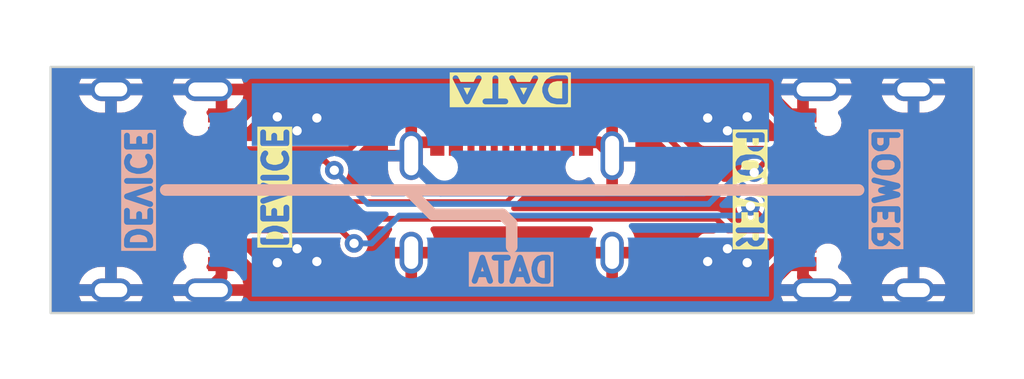
<source format=kicad_pcb>
(kicad_pcb (version 20221018) (generator pcbnew)
  (layers (0 "F.Cu" signal) (31 "B.Cu" signal) (34 "B.Paste" user) (35 "F.Paste" user) (36 "B.SilkS" user "B.Silkscreen") (37 "F.SilkS" user "F.Silkscreen") (38 "B.Mask" user) (39 "F.Mask" user) (44 "Edge.Cuts" user))
  (net 0 "")
  (net 1 "GND")
  (net 2 "/VBUS")
  (net 3 "/CC1")
  (net 4 "/D+")
  (net 5 "/D-")
  (net 6 "/SBU1")
  (net 7 "/CC2")
  (net 8 "/SBU2")
  (footprint "Connector_USB:USB_C_Receptacle_GCT_USB4105-xx-A_16P_TopMnt_Horizontal" (layer "F.Cu") (at 130.52 77.14 -90)
    (fp_text reference "J1" hide)
    (fp_text value "USB4105-GF-A-120\n")
    (pad "" np_thru_hole circle locked (at -2.89 -2.605 270) (size 0.65 0.65) (drill 0.65) (layers "*.Cu" "*.Mask"))
    (pad "" np_thru_hole circle locked (at 2.89 -2.605 270) (size 0.65 0.65) (drill 0.65) (layers "*.Cu" "*.Mask"))
    (pad "A1" smd rect locked (at -3.2 -3.68 270) (size 0.6 1.15) (layers "F.Cu" "F.Paste" "F.Mask") (net 1 "GND"))
    (pad "A4" smd rect locked (at -2.4 -3.68 270) (size 0.6 1.15) (layers "F.Cu" "F.Paste" "F.Mask") (net 2 "/VBUS"))
    (pad "A5" smd rect locked (at -1.25 -3.68 270) (size 0.3 1.15) (layers "F.Cu" "F.Paste" "F.Mask") (net 3 "/CC1"))
    (pad "A6" smd rect locked (at -0.25 -3.68 270) (size 0.3 1.15) (layers "F.Cu" "F.Paste" "F.Mask") (net 4 "/D+"))
    (pad "A7" smd rect locked (at 0.25 -3.68 270) (size 0.3 1.15) (layers "F.Cu" "F.Paste" "F.Mask") (net 5 "/D-"))
    (pad "A8" smd rect locked (at 1.25 -3.68 270) (size 0.3 1.15) (layers "F.Cu" "F.Paste" "F.Mask") (net 6 "/SBU1"))
    (pad "A9" smd rect locked (at 2.4 -3.68 270) (size 0.6 1.15) (layers "F.Cu" "F.Paste" "F.Mask") (net 2 "/VBUS"))
    (pad "A12" smd rect locked (at 3.2 -3.68 270) (size 0.6 1.15) (layers "F.Cu" "F.Paste" "F.Mask") (net 1 "GND"))
    (pad "B1" smd rect locked (at 3.2 -3.68 270) (size 0.6 1.15) (layers "F.Cu" "F.Paste" "F.Mask") (net 1 "GND"))
    (pad "B4" smd rect locked (at 2.4 -3.68 270) (size 0.6 1.15) (layers "F.Cu" "F.Paste" "F.Mask") (net 2 "/VBUS"))
    (pad "B5" smd rect locked (at 1.75 -3.68 270) (size 0.3 1.15) (layers "F.Cu" "F.Paste" "F.Mask") (net 7 "/CC2"))
    (pad "B6" smd rect locked (at 0.75 -3.68 270) (size 0.3 1.15) (layers "F.Cu" "F.Paste" "F.Mask") (net 4 "/D+"))
    (pad "B7" smd rect locked (at -0.75 -3.68 270) (size 0.3 1.15) (layers "F.Cu" "F.Paste" "F.Mask") (net 5 "/D-"))
    (pad "B8" smd rect locked (at -1.75 -3.68 270) (size 0.3 1.15) (layers "F.Cu" "F.Paste" "F.Mask") (net 8 "/SBU2"))
    (pad "B9" smd rect locked (at -2.4 -3.68 270) (size 0.6 1.15) (layers "F.Cu" "F.Paste" "F.Mask") (net 2 "/VBUS"))
    (pad "B12" smd rect locked (at -3.2 -3.68 270) (size 0.6 1.15) (layers "F.Cu" "F.Paste" "F.Mask") (net 1 "GND"))
    (pad "S1" thru_hole oval locked (at -4.32 -3.105 270) (size 1 2.1) (drill oval 0.6 1.7) (layers "*.Cu" "*.Mask") (net 1 "GND"))
    (pad "S1" thru_hole oval locked (at -4.32 1.075 270) (size 1 1.8) (drill oval 0.6 1.4) (layers "*.Cu" "*.Mask") (net 1 "GND"))
    (pad "S1" thru_hole oval locked (at 4.32 -3.105 270) (size 1 2.1) (drill oval 0.6 1.7) (layers "*.Cu" "*.Mask") (net 1 "GND"))
    (pad "S1" thru_hole oval locked (at 4.32 1.075 270) (size 1 1.8) (drill oval 0.6 1.4) (layers "*.Cu" "*.Mask") (net 1 "GND"))
  )
  (footprint "Connector_USB:USB_C_Receptacle_GCT_USB4105-xx-A_16P_TopMnt_Horizontal" (layer "F.Cu") (at 162.89 77.14 90)
    (fp_text reference "J2" hide)
    (fp_text value "USB4105-GF-A-120\n")
    (pad "" np_thru_hole circle locked (at -2.89 -2.605 90) (size 0.65 0.65) (drill 0.65) (layers "*.Cu" "*.Mask"))
    (pad "" np_thru_hole circle locked (at 2.89 -2.605 90) (size 0.65 0.65) (drill 0.65) (layers "*.Cu" "*.Mask"))
    (pad "A1" smd rect locked (at -3.2 -3.68 90) (size 0.6 1.15) (layers "F.Cu" "F.Paste" "F.Mask") (net 1 "GND"))
    (pad "A4" smd rect locked (at -2.4 -3.68 90) (size 0.6 1.15) (layers "F.Cu" "F.Paste" "F.Mask") (net 2 "/VBUS"))
    (pad "A5" smd rect locked (at -1.25 -3.68 90) (size 0.3 1.15) (layers "F.Cu" "F.Paste" "F.Mask") (net 7 "/CC2"))
    (pad "A6" smd rect locked (at -0.25 -3.68 90) (size 0.3 1.15) (layers "F.Cu" "F.Paste" "F.Mask"))
    (pad "A7" smd rect locked (at 0.25 -3.68 90) (size 0.3 1.15) (layers "F.Cu" "F.Paste" "F.Mask"))
    (pad "A8" smd rect locked (at 1.25 -3.68 90) (size 0.3 1.15) (layers "F.Cu" "F.Paste" "F.Mask") (net 8 "/SBU2"))
    (pad "A9" smd rect locked (at 2.4 -3.68 90) (size 0.6 1.15) (layers "F.Cu" "F.Paste" "F.Mask") (net 2 "/VBUS"))
    (pad "A12" smd rect locked (at 3.2 -3.68 90) (size 0.6 1.15) (layers "F.Cu" "F.Paste" "F.Mask") (net 1 "GND"))
    (pad "B1" smd rect locked (at 3.2 -3.68 90) (size 0.6 1.15) (layers "F.Cu" "F.Paste" "F.Mask") (net 1 "GND"))
    (pad "B4" smd rect locked (at 2.4 -3.68 90) (size 0.6 1.15) (layers "F.Cu" "F.Paste" "F.Mask") (net 2 "/VBUS"))
    (pad "B5" smd rect locked (at 1.75 -3.68 90) (size 0.3 1.15) (layers "F.Cu" "F.Paste" "F.Mask") (net 3 "/CC1"))
    (pad "B6" smd rect locked (at 0.75 -3.68 90) (size 0.3 1.15) (layers "F.Cu" "F.Paste" "F.Mask"))
    (pad "B7" smd rect locked (at -0.75 -3.68 90) (size 0.3 1.15) (layers "F.Cu" "F.Paste" "F.Mask"))
    (pad "B8" smd rect locked (at -1.75 -3.68 90) (size 0.3 1.15) (layers "F.Cu" "F.Paste" "F.Mask") (net 6 "/SBU1"))
    (pad "B9" smd rect locked (at -2.4 -3.68 90) (size 0.6 1.15) (layers "F.Cu" "F.Paste" "F.Mask") (net 2 "/VBUS"))
    (pad "B12" smd rect locked (at -3.2 -3.68 90) (size 0.6 1.15) (layers "F.Cu" "F.Paste" "F.Mask") (net 1 "GND"))
    (pad "S1" thru_hole oval locked (at -4.32 -3.105 90) (size 1 2.1) (drill oval 0.6 1.7) (layers "*.Cu" "*.Mask") (net 1 "GND"))
    (pad "S1" thru_hole oval locked (at -4.32 1.075 90) (size 1 1.8) (drill oval 0.6 1.4) (layers "*.Cu" "*.Mask") (net 1 "GND"))
    (pad "S1" thru_hole oval locked (at 4.32 -3.105 90) (size 1 2.1) (drill oval 0.6 1.7) (layers "*.Cu" "*.Mask") (net 1 "GND"))
    (pad "S1" thru_hole oval locked (at 4.32 1.075 90) (size 1 1.8) (drill oval 0.6 1.4) (layers "*.Cu" "*.Mask") (net 1 "GND"))
  )
  (footprint "Connector_USB:USB_C_Receptacle_GCT_USB4105-xx-A_16P_TopMnt_Horizontal" (layer "F.Cu") (at 146.68 78.775)
    (fp_text reference "J4" hide)
    (fp_text value "USB4105-GF-A-120\n")
    (pad "" np_thru_hole circle locked (at -2.89 -2.605) (size 0.65 0.65) (drill 0.65) (layers "*.Cu" "*.Mask"))
    (pad "" np_thru_hole circle locked (at 2.89 -2.605) (size 0.65 0.65) (drill 0.65) (layers "*.Cu" "*.Mask"))
    (pad "A1" smd rect locked (at -3.2 -3.68) (size 0.6 1.15) (layers "F.Cu" "F.Paste" "F.Mask") (net 1 "GND"))
    (pad "A4" smd rect locked (at -2.4 -3.68) (size 0.6 1.15) (layers "F.Cu" "F.Paste" "F.Mask"))
    (pad "A5" smd rect locked (at -1.25 -3.68) (size 0.3 1.15) (layers "F.Cu" "F.Paste" "F.Mask"))
    (pad "A6" smd rect locked (at -0.25 -3.68) (size 0.3 1.15) (layers "F.Cu" "F.Paste" "F.Mask") (net 4 "/D+"))
    (pad "A7" smd rect locked (at 0.25 -3.68) (size 0.3 1.15) (layers "F.Cu" "F.Paste" "F.Mask") (net 5 "/D-"))
    (pad "A8" smd rect locked (at 1.25 -3.68) (size 0.3 1.15) (layers "F.Cu" "F.Paste" "F.Mask"))
    (pad "A9" smd rect locked (at 2.4 -3.68) (size 0.6 1.15) (layers "F.Cu" "F.Paste" "F.Mask"))
    (pad "A12" smd rect locked (at 3.2 -3.68) (size 0.6 1.15) (layers "F.Cu" "F.Paste" "F.Mask") (net 1 "GND"))
    (pad "B1" smd rect locked (at 3.2 -3.68) (size 0.6 1.15) (layers "F.Cu" "F.Paste" "F.Mask") (net 1 "GND"))
    (pad "B4" smd rect locked (at 2.4 -3.68) (size 0.6 1.15) (layers "F.Cu" "F.Paste" "F.Mask"))
    (pad "B5" smd rect locked (at 1.75 -3.68) (size 0.3 1.15) (layers "F.Cu" "F.Paste" "F.Mask"))
    (pad "B6" smd rect locked (at 0.75 -3.68) (size 0.3 1.15) (layers "F.Cu" "F.Paste" "F.Mask") (net 4 "/D+"))
    (pad "B7" smd rect locked (at -0.75 -3.68) (size 0.3 1.15) (layers "F.Cu" "F.Paste" "F.Mask") (net 5 "/D-"))
    (pad "B8" smd rect locked (at -1.75 -3.68) (size 0.3 1.15) (layers "F.Cu" "F.Paste" "F.Mask"))
    (pad "B9" smd rect locked (at -2.4 -3.68) (size 0.6 1.15) (layers "F.Cu" "F.Paste" "F.Mask"))
    (pad "B12" smd rect locked (at -3.2 -3.68) (size 0.6 1.15) (layers "F.Cu" "F.Paste" "F.Mask") (net 1 "GND"))
    (pad "S1" thru_hole oval locked (at -4.32 -3.105) (size 1 2.1) (drill oval 0.6 1.7) (layers "*.Cu" "*.Mask") (net 1 "GND"))
    (pad "S1" thru_hole oval locked (at -4.32 1.075) (size 1 1.8) (drill oval 0.6 1.4) (layers "*.Cu" "*.Mask") (net 1 "GND"))
    (pad "S1" thru_hole oval locked (at 4.32 -3.105) (size 1 2.1) (drill oval 0.6 1.7) (layers "*.Cu" "*.Mask") (net 1 "GND"))
    (pad "S1" thru_hole oval locked (at 4.32 1.075) (size 1 1.8) (drill oval 0.6 1.4) (layers "*.Cu" "*.Mask") (net 1 "GND"))
  )
  (gr_line (start 161.6 77.15) (end 131.8 77.15) (stroke (width 0.5)) (layer "B.SilkS"))
  (gr_line (start 146.68 78.6) (end 146.68 79.6) (stroke (width 0.5)) (layer "B.SilkS"))
  (gr_line (start 143.28 78.2) (end 146.28 78.2) (stroke (width 0.5)) (layer "B.SilkS"))
  (gr_line (start 146.28 78.2) (end 146.68 78.6) (stroke (width 0.5)) (layer "B.SilkS"))
  (gr_line (start 142.28 77.2) (end 143.28 78.2) (stroke (width 0.5)) (layer "B.SilkS"))
  (gr_rect locked (start 126.85 71.85) (end 166.55 82.45) (stroke (width 0.1)) (fill none) (layer "Edge.Cuts"))
  (gr_text locked "POWER" (at 163.4125 74.379881 90) (layer "B.SilkS" knockout) (effects (font (size 1 1) (thickness 0.25) bold) (justify left bottom mirror)))
  (gr_text locked "DATA" (at 148.630596 81.2) (layer "B.SilkS" knockout) (effects (font (size 1 1) (thickness 0.25) bold) (justify left bottom mirror)))
  (gr_text locked "DEVICE" (at 129.9975 79.923929 270) (layer "B.SilkS" knockout) (effects (font (size 1 1) (thickness 0.25) bold) (justify left bottom mirror)))
  (gr_text "POWER" (at 156.3 74.389881 -90) (layer "F.SilkS" knockout) (effects (font (size 1 1) (thickness 0.25) bold) (justify left bottom)))
  (gr_text "DEVICE" (at 137.125 79.785119 90) (layer "F.SilkS" knockout) (effects (font (size 1 1) (thickness 0.25) bold) (justify left bottom)))
  (gr_text "DATA" (at 149.5 72.2 180) (layer "F.SilkS" knockout) (effects (font (size 1 1.5) (thickness 0.25) bold) (justify left bottom)))
  (segment (start 157.25 81.75) (end 157 81.75) (width 0.508) (layer "F.Cu") (net 1))
  (segment (start 135.5 81) (end 136 81.5) (width 0.508) (layer "F.Cu") (net 1))
  (segment (start 149.88 75.095) (end 150.425 75.095) (width 0.508) (layer "F.Cu") (net 1))
  (segment (start 158.69 73.94) (end 158 73.25) (width 0.508) (layer "F.Cu") (net 1))
  (segment (start 134.81 73.94) (end 135.5 73.25) (width 0.508) (layer "F.Cu") (net 1))
  (segment (start 158 81) (end 157.25 81.75) (width 0.508) (layer "F.Cu") (net 1))
  (segment (start 134.2 80.34) (end 134.84 80.34) (width 0.508) (layer "F.Cu") (net 1))
  (segment (start 159.21 80.34) (end 158.66 80.34) (width 0.508) (layer "F.Cu") (net 1))
  (segment (start 159.21 80.34) (end 159.21 80.885) (width 0.508) (layer "F.Cu") (net 1))
  (segment (start 134.2 80.34) (end 134.2 80.885) (width 0.508) (layer "F.Cu") (net 1))
  (segment (start 158.66 80.34) (end 158 81) (width 0.508) (layer "F.Cu") (net 1))
  (segment (start 134.2 73.94) (end 134.81 73.94) (width 0.508) (layer "F.Cu") (net 1))
  (segment (start 150.425 75.095) (end 151 75.67) (width 0.508) (layer "F.Cu") (net 1))
  (segment (start 159.21 80.885) (end 159.785 81.46) (width 0.508) (layer "F.Cu") (net 1))
  (segment (start 159.21 73.94) (end 158.69 73.94) (width 0.508) (layer "F.Cu") (net 1))
  (segment (start 134.2 80.885) (end 133.625 81.46) (width 0.508) (layer "F.Cu") (net 1))
  (segment (start 135.5 73.25) (end 136 72.75) (width 0.508) (layer "F.Cu") (net 1))
  (segment (start 134.84 80.34) (end 135.5 81) (width 0.508) (layer "F.Cu") (net 1))
  (segment (start 158 73.25) (end 157.25 72.5) (width 0.508) (layer "F.Cu") (net 1))
  (segment (start 159.049 82.196) (end 159.785 81.46) (width 0.508) (layer "B.Cu") (net 1))
  (segment (start 143.618617 77.171) (end 154.079 77.171) (width 0.508) (layer "B.Cu") (net 1))
  (segment (start 133.696 82.196) (end 159.049 82.196) (width 0.508) (layer "B.Cu") (net 1))
  (segment (start 133.625 82.125) (end 133.696 82.196) (width 0.508) (layer "B.Cu") (net 1))
  (segment (start 159.069 72.104) (end 165.896 72.104) (width 0.508) (layer "B.Cu") (net 1))
  (segment (start 159.069 72.104) (end 127.104 72.104) (width 0.508) (layer "B.Cu") (net 1))
  (segment (start 159.785 72.82) (end 159.069 72.104) (width 0.508) (layer "B.Cu") (net 1))
  (segment (start 156 75.5465) (end 159.4535 75.5465) (width 0.508) (layer "B.Cu") (net 1))
  (segment (start 159.049 82.196) (end 166.296 82.196) (width 0.508) (layer "B.Cu") (net 1))
  (segment (start 133.696 82.196) (end 127.25 82.196) (width 0.508) (layer "B.Cu") (net 1))
  (segment (start 155.7035 75.5465) (end 156 75.5465) (width 0.508) (layer "B.Cu") (net 1))
  (segment (start 151 75.67) (end 151.1235 75.5465) (width 0.508) (layer "B.Cu") (net 1))
  (segment (start 133.625 81.46) (end 133.625 82.125) (width 0.508) (layer "B.Cu") (net 1))
  (segment (start 142.36 75.67) (end 142.36 75.912383) (width 0.508) (layer "B.Cu") (net 1))
  (segment (start 154.079 77.171) (end 155.7035 75.5465) (width 0.508) (layer "B.Cu") (net 1))
  (segment (start 142.36 75.912383) (end 143.618617 77.171) (width 0.508) (layer "B.Cu") (net 1))
  (segment (start 159.4535 75.5465) (end 159.5 75.5) (width 0.508) (layer "B.Cu") (net 1))
  (segment (start 151.1235 75.5465) (end 156 75.5465) (width 0.508) (layer "B.Cu") (net 1))
  (via (at 136.6 74) (size 0.8) (drill 0.4) (layers "F.Cu" "B.Cu") (net 2))
  (via (at 155.11 80.23) (size 0.8) (drill 0.4) (layers "F.Cu" "B.Cu") (net 2))
  (via (at 138.3 80.23) (size 0.8) (drill 0.4) (layers "F.Cu" "B.Cu") (net 2))
  (via (at 137.45 74.6) (size 0.8) (drill 0.4) (layers "F.Cu" "B.Cu") (net 2))
  (via (at 136.6 80.28) (size 0.8) (drill 0.4) (layers "F.Cu" "B.Cu") (net 2))
  (via (at 137.45 79.68) (size 0.8) (drill 0.4) (layers "F.Cu" "B.Cu") (net 2))
  (via (at 155.11 74.05) (size 0.8) (drill 0.4) (layers "F.Cu" "B.Cu") (net 2))
  (via (at 138.3 74.05) (size 0.8) (drill 0.4) (layers "F.Cu" "B.Cu") (net 2))
  (via (at 155.96 74.6) (size 0.8) (drill 0.4) (layers "F.Cu" "B.Cu") (net 2))
  (via (at 156.81 80.28) (size 0.8) (drill 0.4) (layers "F.Cu" "B.Cu") (net 2))
  (via (at 155.96 79.68) (size 0.8) (drill 0.4) (layers "F.Cu" "B.Cu") (net 2))
  (via (at 156.81 74) (size 0.8) (drill 0.4) (layers "F.Cu" "B.Cu") (net 2))
  (segment (start 157.112701 76.4005) (end 158.123201 75.39) (width 0.25) (layer "F.Cu") (net 3))
  (segment (start 134.2 75.89) (end 138.64 75.89) (width 0.25) (layer "F.Cu") (net 3))
  (segment (start 158.123201 75.39) (end 159.21 75.39) (width 0.25) (layer "F.Cu") (net 3))
  (segment (start 138.64 75.89) (end 139.05 76.3) (width 0.25) (layer "F.Cu") (net 3))
  (via (at 139.05 76.3) (size 0.8) (drill 0.4) (layers "F.Cu" "B.Cu") (net 3))
  (via (at 157.112701 76.4005) (size 0.8) (drill 0.4) (layers "F.Cu" "B.Cu") (net 3))
  (segment (start 156.4995 76.4005) (end 155.15 77.75) (width 0.25) (layer "B.Cu") (net 3))
  (segment (start 157.112701 76.4005) (end 156.4995 76.4005) (width 0.25) (layer "B.Cu") (net 3))
  (segment (start 155.15 77.75) (end 140.5 77.75) (width 0.25) (layer "B.Cu") (net 3))
  (segment (start 140.5 77.75) (end 139.05 76.3) (width 0.25) (layer "B.Cu") (net 3))
  (segment (start 147.2 74.15) (end 146.63 74.15) (width 0.2) (layer "F.Cu") (net 4))
  (segment (start 134.2 76.89) (end 134.89 76.89) (width 0.2) (layer "F.Cu") (net 4))
  (segment (start 146.63 74.15) (end 146.43 74.35) (width 0.2) (layer "F.Cu") (net 4))
  (segment (start 135.087501 76.865) (end 137.4468 76.865) (width 0.2) (layer "F.Cu") (net 4))
  (segment (start 138.2318 77.65) (end 146.4682 77.65) (width 0.2) (layer "F.Cu") (net 4))
  (segment (start 147.405 75.982501) (end 147.43 75.957501) (width 0.2) (layer "F.Cu") (net 4))
  (segment (start 134.2 76.89) (end 135.062501 76.89) (width 0.2) (layer "F.Cu") (net 4))
  (segment (start 147.43 74.38) (end 147.2 74.15) (width 0.2) (layer "F.Cu") (net 4))
  (segment (start 135.062501 76.89) (end 135.087501 76.865) (width 0.2) (layer "F.Cu") (net 4))
  (segment (start 137.4468 76.865) (end 138.2318 77.65) (width 0.2) (layer "F.Cu") (net 4))
  (segment (start 147.405 76.7132) (end 147.405 75.982501) (width 0.2) (layer "F.Cu") (net 4))
  (segment (start 147.43 75.095) (end 147.43 74.38) (width 0.2) (layer "F.Cu") (net 4))
  (segment (start 135.075 77.075) (end 135.075 77.665) (width 0.2) (layer "F.Cu") (net 4))
  (segment (start 135.075 77.665) (end 134.85 77.89) (width 0.2) (layer "F.Cu") (net 4))
  (segment (start 134.85 77.89) (end 134.2 77.89) (width 0.2) (layer "F.Cu") (net 4))
  (segment (start 146.4682 77.65) (end 147.405 76.7132) (width 0.2) (layer "F.Cu") (net 4))
  (segment (start 146.43 74.35) (end 146.43 75.095) (width 0.2) (layer "F.Cu") (net 4))
  (segment (start 134.89 76.89) (end 135.075 77.075) (width 0.2) (layer "F.Cu") (net 4))
  (segment (start 147.43 75.957501) (end 147.43 75.095) (width 0.2) (layer "F.Cu") (net 4))
  (segment (start 133.375 77.39) (end 134.2 77.39) (width 0.2) (layer "F.Cu") (net 5))
  (segment (start 135.062501 76.39) (end 135.087501 76.415) (width 0.2) (layer "F.Cu") (net 5))
  (segment (start 145.93 75.75) (end 145.93 75.095) (width 0.2) (layer "F.Cu") (net 5))
  (segment (start 146.93 75.957501) (end 146.93 75.095) (width 0.2) (layer "F.Cu") (net 5))
  (segment (start 146.955 76.5268) (end 146.955 75.982501) (width 0.2) (layer "F.Cu") (net 5))
  (segment (start 146.88 75.97) (end 146.15 75.97) (width 0.2) (layer "F.Cu") (net 5))
  (segment (start 146.2818 77.2) (end 146.955 76.5268) (width 0.2) (layer "F.Cu") (net 5))
  (segment (start 146.955 75.982501) (end 146.93 75.957501) (width 0.2) (layer "F.Cu") (net 5))
  (segment (start 146.93 75.92) (end 146.88 75.97) (width 0.2) (layer "F.Cu") (net 5))
  (segment (start 146.15 75.97) (end 145.93 75.75) (width 0.2) (layer "F.Cu") (net 5))
  (segment (start 133.375 76.39) (end 133.2 76.565) (width 0.2) (layer "F.Cu") (net 5))
  (segment (start 146.93 75.095) (end 146.93 75.92) (width 0.2) (layer "F.Cu") (net 5))
  (segment (start 135.087501 76.415) (end 137.6332 76.415) (width 0.2) (layer "F.Cu") (net 5))
  (segment (start 137.6332 76.415) (end 138.4182 77.2) (width 0.2) (layer "F.Cu") (net 5))
  (segment (start 133.2 76.565) (end 133.2 77.215) (width 0.2) (layer "F.Cu") (net 5))
  (segment (start 138.4182 77.2) (end 146.2818 77.2) (width 0.2) (layer "F.Cu") (net 5))
  (segment (start 134.2 76.39) (end 135.062501 76.39) (width 0.2) (layer "F.Cu") (net 5))
  (segment (start 133.2 77.215) (end 133.375 77.39) (width 0.2) (layer "F.Cu") (net 5))
  (segment (start 134.2 76.39) (end 133.375 76.39) (width 0.2) (layer "F.Cu") (net 5))
  (segment (start 155.49 78.39) (end 155.99 78.89) (width 0.25) (layer "F.Cu") (net 6))
  (segment (start 134.2 78.39) (end 155.49 78.39) (width 0.25) (layer "F.Cu") (net 6))
  (segment (start 155.99 78.89) (end 159.21 78.89) (width 0.25) (layer "F.Cu") (net 6))
  (segment (start 139.34 78.89) (end 134.2 78.89) (width 0.25) (layer "F.Cu") (net 7))
  (segment (start 156.95 77.85) (end 157.49 78.39) (width 0.25) (layer "F.Cu") (net 7))
  (segment (start 139.9 79.45) (end 139.34 78.89) (width 0.25) (layer "F.Cu") (net 7))
  (segment (start 157.49 78.39) (end 159.21 78.39) (width 0.25) (layer "F.Cu") (net 7))
  (via (at 156.95 77.85) (size 0.8) (drill 0.4) (layers "F.Cu" "B.Cu") (net 7))
  (via (at 139.9 79.45) (size 0.8) (drill 0.4) (layers "F.Cu" "B.Cu") (net 7))
  (segment (start 156.55 78.25) (end 156.95 77.85) (width 0.25) (layer "B.Cu") (net 7))
  (segment (start 139.9 79.45) (end 140.65 79.45) (width 0.25) (layer "B.Cu") (net 7))
  (segment (start 141.85 78.25) (end 156.55 78.25) (width 0.25) (layer "B.Cu") (net 7))
  (segment (start 140.65 79.45) (end 141.85 78.25) (width 0.25) (layer "B.Cu") (net 7))
  (segment (start 159.21 75.89) (end 158.335 75.89) (width 0.25) (layer "F.Cu") (net 8))
  (segment (start 139.71 75.39) (end 134.2 75.39) (width 0.25) (layer "F.Cu") (net 8))
  (segment (start 151.85 73.35) (end 141.75 73.35) (width 0.25) (layer "F.Cu") (net 8))
  (segment (start 157.625 77.125) (end 155.625 77.125) (width 0.25) (layer "F.Cu") (net 8))
  (segment (start 158.335 75.89) (end 158.31 75.915) (width 0.25) (layer "F.Cu") (net 8))
  (segment (start 141.75 73.35) (end 139.71 75.39) (width 0.25) (layer "F.Cu") (net 8))
  (segment (start 155.625 77.125) (end 151.85 73.35) (width 0.25) (layer "F.Cu") (net 8))
  (segment (start 158.31 76.44) (end 157.625 77.125) (width 0.25) (layer "F.Cu") (net 8))
  (segment (start 158.31 75.915) (end 158.31 76.44) (width 0.25) (layer "F.Cu") (net 8))
  (zone (net 2) (net_name "/VBUS") (layer "F.Cu") (priority 1) (connect_pads yes (clearance 0)) (min_thickness 0.025) (fill yes (thermal_gap 0.5) (thermal_bridge_width 0.5))
    (polygon (pts (xy 159.785 79.24) (xy 158.635 79.24) (xy 155.41 79.23) (xy 154.96 79.23) (xy 154.66 79.53) (xy 154.66 80.48) (xy 155.01 80.83) (xy 157.11 80.83) (xy 158.1 79.84) (xy 159.785 79.84)))
  )
  (zone (net 2) (net_name "/VBUS") (layer "F.Cu") (priority 1) (connect_pads yes (clearance 0)) (min_thickness 0.025) (fill yes (thermal_gap 0.5) (thermal_bridge_width 0.5))
    (polygon (pts (xy 133.625 75.04) (xy 134.775 75.04) (xy 138 75.05) (xy 138.45 75.05) (xy 138.75 74.75) (xy 138.75 73.8) (xy 138.4 73.45) (xy 136.3 73.45) (xy 135.31 74.44) (xy 133.625 74.44)))
  )
  (zone (net 2) (net_name "/VBUS") (layer "F.Cu") (priority 1) (connect_pads yes (clearance 0)) (min_thickness 0.025) (fill yes (thermal_gap 0.5) (thermal_bridge_width 0.5))
    (polygon (pts (xy 133.625 79.24) (xy 134.775 79.24) (xy 138 79.23) (xy 138.45 79.23) (xy 138.75 79.53) (xy 138.75 80.48) (xy 138.4 80.83) (xy 136.3 80.83) (xy 135.31 79.84) (xy 133.625 79.84)))
  )
  (zone (net 2) (net_name "/VBUS") (layer "F.Cu") (priority 1) (connect_pads yes (clearance 0)) (min_thickness 0.025) (fill yes (thermal_gap 0.5) (thermal_bridge_width 0.5))
    (polygon (pts (xy 159.785 75.04) (xy 158.635 75.04) (xy 155.41 75.05) (xy 154.96 75.05) (xy 154.66 74.75) (xy 154.66 73.8) (xy 155.01 73.45) (xy 157.11 73.45) (xy 158.1 74.44) (xy 159.785 74.44)))
  )
  (zone (net 1) (net_name "GND") (layers "F&B.Cu") (connect_pads (clearance 0.2)) (min_thickness 0.25) (fill yes (thermal_gap 0.5) (thermal_bridge_width 0.5))
    (polygon (pts (xy 126.5 83) (xy 168 83) (xy 168 71) (xy 126 71)))
  )
  (zone (net 2) (net_name "/VBUS") (layer "B.Cu") (priority 2) (connect_pads yes (clearance 0)) (min_thickness 0.025) (fill yes (thermal_gap 0.5) (thermal_bridge_width 0.5))
    (polygon (pts (xy 135.5 83.3) (xy 136.4 84.2) (xy 157.75 84.2) (xy 157.75 79.35) (xy 157.6 79.2) (xy 135.5 79.2)))
  )
  (zone (net 2) (net_name "/VBUS") (layer "B.Cu") (priority 2) (connect_pads yes (clearance 0)) (min_thickness 0.025) (fill yes (thermal_gap 0.5) (thermal_bridge_width 0.5))
    (polygon (pts (xy 135.5 71.15) (xy 136.4 70.25) (xy 157.75 70.25) (xy 157.75 75.1) (xy 157.6 75.25) (xy 135.5 75.25)))
  )
)
</source>
